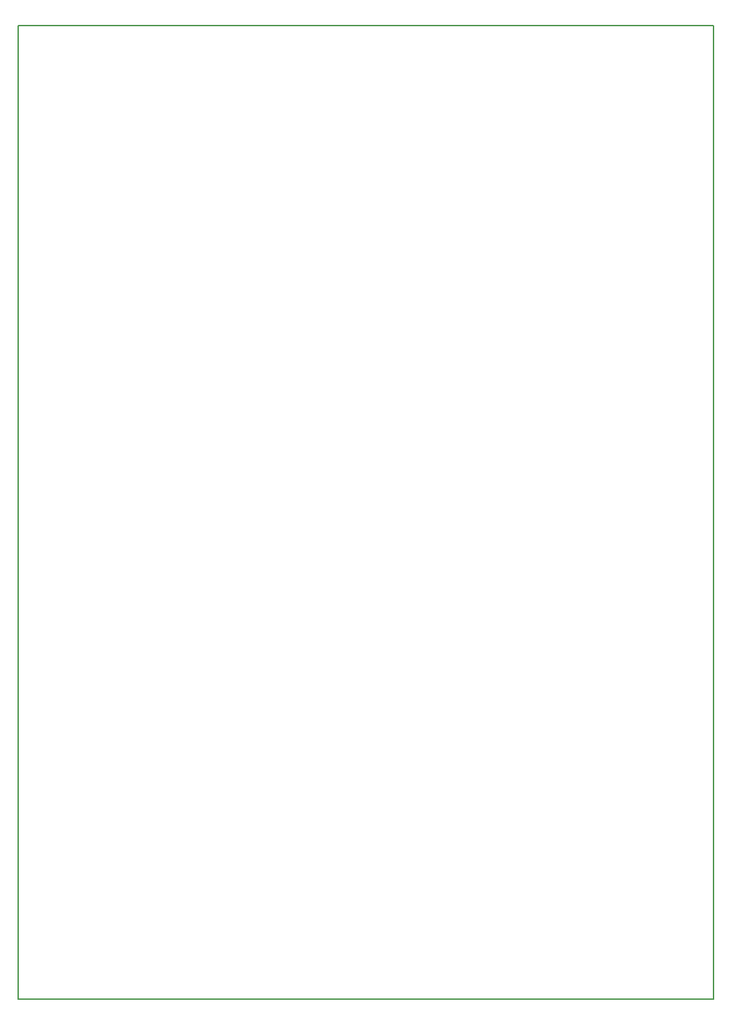
<source format=gbr>
G04 PROTEUS GERBER X2 FILE*
%TF.GenerationSoftware,Labcenter,Proteus,8.6-SP2-Build23525*%
%TF.CreationDate,2019-03-03T05:28:27+00:00*%
%TF.FileFunction,Legend,Bot*%
%TF.FilePolarity,Positive*%
%TF.Part,Single*%
%FSLAX45Y45*%
%MOMM*%
G01*
%TA.AperFunction,Profile*%
%ADD70C,0.203200*%
%TD.AperFunction*%
D70*
X-3250000Y-5750000D02*
X+5500000Y-5750000D01*
X+5500000Y+6500000D01*
X-3250000Y+6500000D01*
X-3250000Y-5750000D01*
M02*

</source>
